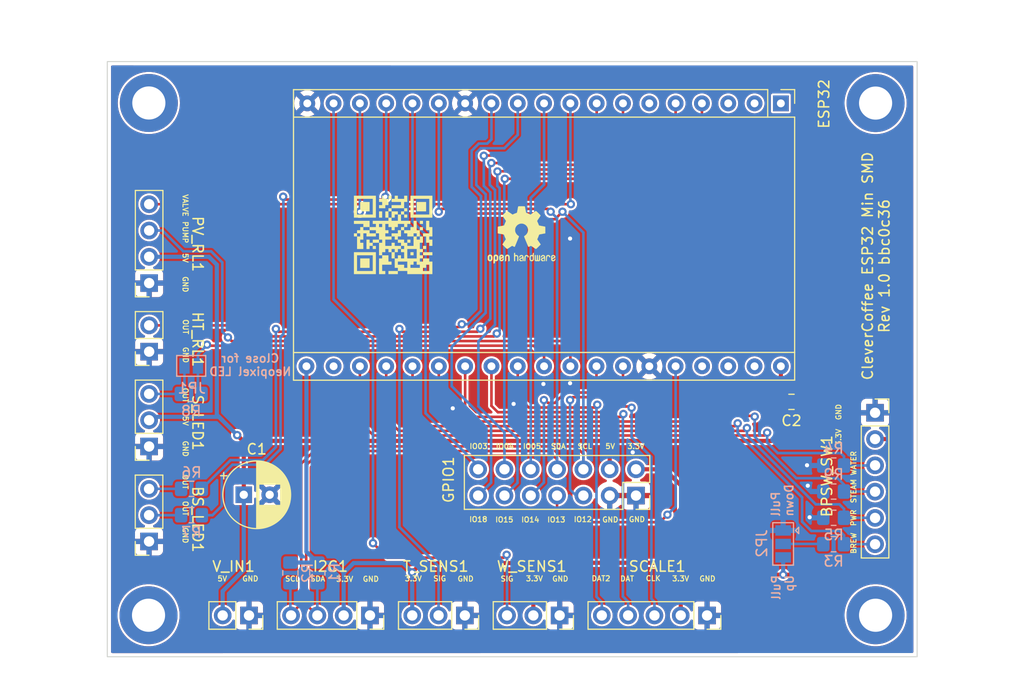
<source format=kicad_pcb>
(kicad_pcb (version 20221018) (generator pcbnew)
  (title_block (date "2023-12-28") (rev "1.0"))
  (layers (0 "F.Cu" signal) (31 "B.Cu" signal) (34 "B.Paste" user) (35 "F.Paste" user) (36 "B.SilkS" user "B.Silkscreen") (37 "F.SilkS" user "F.Silkscreen") (38 "B.Mask" user) (39 "F.Mask" user) (44 "Edge.Cuts" user))
  (net 0 "")
  (net 1 "IO16")
  (net 2 "+3V3")
  (net 3 "GND")
  (net 5 "IO2")
  (net 6 "IO34")
  (net 7 "IO4")
  (net 9 "IO5")
  (net 10 "IO19")
  (net 11 "SDA")
  (net 12 "IO18")
  (net 13 "IO3")
  (net 14 "SCL")
  (net 15 "IO36")
  (net 16 "RST")
  (net 17 "IO1")
  (net 18 "IO39")
  (net 19 "IO35")
  (net 20 "IO26")
  (net 22 "IO15")
  (net 24 "+5V")
  (net 25 "IO23")
  (net 26 "IO14")
  (net 27 "IO12")
  (net 28 "IO13")
  (net 32 "VALVE")
  (net 33 "DAT")
  (net 34 "CLK")
  (net 35 "PUMP")
  (net 36 "Net-(JP1-A)")
  (net 37 "DAT2")
  (net 38 "Net-(JP2-C)")
  (net 39 "Net-(BS_LED1-Pin_2)")
  (net 40 "Net-(BS_LED1-Pin_3)")
  (footprint "Connector_PinSocket_2.54mm:PinSocket_1x02_P2.54mm_Vertical" (layer "F.Cu") (at 103.84 103.015 180)
    (fp_text reference "HT_RL1")
    (fp_text value "Conn_01x02")
  )
  (footprint "Connector_PinSocket_2.54mm:PinSocket_1x04_P2.54mm_Vertical" (layer "F.Cu") (at 103.84 96.39 180)
    (fp_text reference "PV_RL1")
    (fp_text value "Conn_01x04")
  )
  (footprint "Capacitor_SMD:C_0805_2012Metric_Pad1.18x1.45mm_HandSolder" (layer "F.Cu") (at 165.85 107.865)
    (fp_text reference "C2")
    (fp_text value "100 nF")
  )
  (footprint "Connector_PinSocket_2.54mm:PinSocket_1x05_P2.54mm_Vertical" (layer "F.Cu") (at 157.7 128.5 -90)
    (fp_text reference "SCALE1")
    (fp_text value "Conn_01x05")
  )
  (footprint "Connector_PinSocket_2.54mm:PinSocket_2x07_P2.54mm_Vertical" (layer "F.Cu") (at 150.84 116.92 -90)
    (fp_text reference "GPIO1")
    (fp_text value "Conn_02x07_Counter_Clockwise")
  )
  (footprint "Connector_PinSocket_2.54mm:PinSocket_1x03_P2.54mm_Vertical" (layer "F.Cu") (at 134.32 128.5 -90)
    (fp_text reference "T_SENS1")
    (fp_text value "Conn_01x03")
  )
  (footprint "MountingHole:MountingHole_3.2mm_M3_DIN965_Pad" (layer "F.Cu") (at 103.81 78.99)
    (fp_text reference "H1")
    (fp_text value "MountingHole_3.2mm_M3_DIN965_Pad")
  )
  (footprint "Connector_PinSocket_2.54mm:PinSocket_1x03_P2.54mm_Vertical" (layer "F.Cu") (at 103.83 121.35 180)
    (fp_text reference "BS_LED1")
    (fp_text value "Conn_01x02")
  )
  (footprint "MountingHole:MountingHole_3.2mm_M3_DIN965_Pad" (layer "F.Cu") (at 103.78 128.48)
    (fp_text reference "H4")
    (fp_text value "MountingHole_3.2mm_M3_DIN965_Pad")
  )
  (footprint "LOGO" (layer "F.Cu") (at 127.39 91.73)
    (fp_text reference "G***" hide)
    (fp_text value "LOGO" hide)
  )
  (footprint "Connector_PinSocket_2.54mm:PinSocket_1x03_P2.54mm_Vertical" (layer "F.Cu") (at 143.47 128.5 -90)
    (fp_text reference "W_SENS1")
    (fp_text value "Conn_01x03")
  )
  (footprint "Symbol:OSHW-Logo2_7.3x6mm_SilkScreen" (layer "F.Cu") (at 139.79 91.73)
    (fp_text reference "REF**" hide)
    (fp_text value "OSHW-Logo2_7.3x6mm_SilkScreen" hide)
  )
  (footprint "Connector_PinSocket_2.54mm:PinSocket_1x02_P2.54mm_Vertical" (layer "F.Cu") (at 113.48 128.5 -90)
    (fp_text reference "V_IN1")
    (fp_text value "Conn_01x02")
  )
  (footprint "Connector_PinSocket_2.54mm:PinSocket_1x03_P2.54mm_Vertical" (layer "F.Cu") (at 103.835 112.175 180)
    (fp_text reference "S_LED1")
    (fp_text value "Conn_01x03")
  )
  (footprint "MountingHole:MountingHole_3.2mm_M3_DIN965_Pad" (layer "F.Cu") (at 173.97 79)
    (fp_text reference "H2")
    (fp_text value "MountingHole_3.2mm_M3_DIN965_Pad")
  )
  (footprint "Connector_PinSocket_2.54mm:PinSocket_1x06_P2.54mm_Vertical" (layer "F.Cu") (at 173.92 108.92)
    (fp_text reference "BPSW_SW1")
    (fp_text value "Conn_01x05")
  )
  (footprint "MountingHole:MountingHole_3.2mm_M3_DIN965_Pad" (layer "F.Cu") (at 173.97 128.48)
    (fp_text reference "H3")
    (fp_text value "MountingHole_3.2mm_M3_DIN965_Pad")
  )
  (footprint "symbols:NodeMCU DevKitC v4" (layer "F.Cu") (at 164.825 79.0275 -90)
    (fp_text reference "ESP32")
    (fp_text value "NodeMCU_DevKitC_v4")
  )
  (footprint "Capacitor_THT:CP_Radial_D6.3mm_P2.50mm" (layer "F.Cu") (at 112.975 116.84)
    (fp_text reference "C1")
    (fp_text value "220 μF")
  )
  (footprint "Connector_PinSocket_2.54mm:PinSocket_1x04_P2.54mm_Vertical" (layer "F.Cu") (at 125.16 128.5 -90)
    (fp_text reference "I2C1")
    (fp_text value "Conn_01x04")
  )
  (footprint "Resistor_SMD:R_0805_2012Metric_Pad1.20x1.40mm_HandSolder" (layer "B.Cu") (at 169.92 119.065)
    (fp_text reference "R5")
    (fp_text value "47K Ω")
  )
  (footprint "Resistor_SMD:R_0805_2012Metric_Pad1.20x1.40mm_HandSolder" (layer "B.Cu") (at 117.475 124.39 90)
    (fp_text reference "R2")
    (fp_text value "4K7 Ω")
  )
  (footprint "Jumper:SolderJumper-3_P1.3mm_Open_Pad1.0x1.5mm" (layer "B.Cu") (at 165.045 121.59 -90)
    (fp_text reference "JP2")
    (fp_text value "SolderJumper_3_Open")
  )
  (footprint "Resistor_SMD:R_0805_2012Metric_Pad1.20x1.40mm_HandSolder" (layer "B.Cu") (at 107.9 107.1)
    (fp_text reference "R8")
    (fp_text value "220 Ω")
  )
  (footprint "Resistor_SMD:R_0805_2012Metric_Pad1.20x1.40mm_HandSolder" (layer "B.Cu") (at 169.92 121.615)
    (fp_text reference "R3")
    (fp_text value "47K Ω")
  )
  (footprint "Resistor_SMD:R_0805_2012Metric_Pad1.20x1.40mm_HandSolder" (layer "B.Cu") (at 107.925 116.265)
    (fp_text reference "R6")
    (fp_text value "220 Ω")
  )
  (footprint "Resistor_SMD:R_0805_2012Metric_Pad1.20x1.40mm_HandSolder" (layer "B.Cu") (at 107.925 118.815)
    (fp_text reference "R7")
    (fp_text value "220 Ω")
  )
  (footprint "Jumper:SolderJumper-2_P1.3mm_Open_Pad1.0x1.5mm" (layer "B.Cu") (at 107.9 104.39)
    (fp_text reference "JP1")
    (fp_text value "SolderJumper_2_Open")
  )
  (footprint "Resistor_SMD:R_0805_2012Metric_Pad1.20x1.40mm_HandSolder" (layer "B.Cu") (at 169.92 116.53 180)
    (fp_text reference "R9")
    (fp_text value "47K Ω")
  )
  (footprint "Resistor_SMD:R_0805_2012Metric_Pad1.20x1.40mm_HandSolder" (layer "B.Cu") (at 169.92 114.015 180)
    (fp_text reference "R4")
    (fp_text value "47K Ω")
  )
  (footprint "Resistor_SMD:R_0805_2012Metric_Pad1.20x1.40mm_HandSolder" (layer "B.Cu") (at 120.075 124.39 90)
    (fp_text reference "R1")
    (fp_text value "4K7 Ω")
  )
  (gr_rect (start 99.8 74.99) (end 177.98 132.49) (stroke (width 0.1)) (fill none) (layer "Edge.Cuts"))
  (gr_text "Pull\nDown" (at 166.085 119.02 90) (layer "B.SilkS") (effects (font (size 0.8 0.8)) (justify right bottom mirror)))
  (gr_text "Pull\nUp" (at 166.125 124.515 90) (layer "B.SilkS") (effects (font (size 0.8 0.8)) (justify left bottom mirror)))
  (gr_text "Close for\nNeopixel LED" (at 113.6 105.415) (layer "B.SilkS") (effects (font (size 0.8 0.8)) (justify bottom mirror)))
  (gr_text "5V" (at 107.35 109.71 270) (layer "F.SilkS") (effects (font (size 0.5 0.5) (thickness 0.1))))
  (gr_text "IO15\n" (at 138.13 119.25) (layer "F.SilkS") (effects (font (size 0.5 0.5) (thickness 0.1))))
  (gr_text "OUT" (at 107.34 118.165 270) (layer "F.SilkS") (effects (font (size 0.5 0.5) (thickness 0.1))))
  (gr_text "SCL\n" (at 145.9 112.16) (layer "F.SilkS") (effects (font (size 0.5 0.5) (thickness 0.1))))
  (gr_text "PUMP" (at 107.33 91.48 270) (layer "F.SilkS") (effects (font (size 0.5 0.5) (thickness 0.1))))
  (gr_text "3.3V\n" (at 170.4 111.29 90) (layer "F.SilkS") (effects (font (size 0.5 0.5) (thickness 0.1))))
  (gr_text "3.3V" (at 155.15 124.94) (layer "F.SilkS") (effects (font (size 0.5 0.5) (thickness 0.1))))
  (gr_text "IO13" (at 143.15 119.25) (layer "F.SilkS") (effects (font (size 0.5 0.5) (thickness 0.1))))
  (gr_text "IO14" (at 140.64 119.25) (layer "F.SilkS") (effects (font (size 0.5 0.5) (thickness 0.1))))
  (gr_text "GND" (at 157.74 124.95) (layer "F.SilkS") (effects (font (size 0.5 0.5) (thickness 0.1))))
  (gr_text "3.3V\n" (at 129.34 124.94) (layer "F.SilkS") (effects (font (size 0.5 0.5) (thickness 0.1))))
  (gr_text "GND" (at 107.36 103.33 270) (layer "F.SilkS") (effects (font (size 0.5 0.5) (thickness 0.1))))
  (gr_text "GND" (at 113.61 124.95) (layer "F.SilkS") (effects (font (size 0.5 0.5) (thickness 0.1))))
  (gr_text "CleverCoffee ESP32 Min SMD\nRev 1.0 bbc0c36" (at 174.01 94.74 90) (layer "F.SilkS") (effects (font (size 1 1))))
  (gr_text "GND" (at 107.33 120.76 270) (layer "F.SilkS") (effects (font (size 0.5 0.5) (thickness 0.1))))
  (gr_text "IO05\n" (at 140.8 112.16) (layer "F.SilkS") (effects (font (size 0.5 0.5) (thickness 0.1))))
  (gr_text "GND" (at 148.36 119.25) (layer "F.SilkS") (effects (font (size 0.5 0.5) (thickness 0.1))))
  (gr_text "GND" (at 107.33 96.51 270) (layer "F.SilkS") (effects (font (size 0.5 0.5) (thickness 0.1))))
  (gr_text "3.3V\n" (at 141.03 124.94) (layer "F.SilkS") (effects (font (size 0.5 0.5) (thickness 0.1))))
  (gr_text "GND" (at 107.34 112.39 270) (layer "F.SilkS") (effects (font (size 0.5 0.5) (thickness 0.1))))
  (gr_text "SIG" (at 131.89 124.94) (layer "F.SilkS") (effects (font (size 0.5 0.5) (thickness 0.1))))
  (gr_text "SDA" (at 143.34 112.16) (layer "F.SilkS") (effects (font (size 0.5 0.5) (thickness 0.1))))
  (gr_text "SCL\n" (at 117.67 124.96) (layer "F.SilkS") (effects (font (size 0.5 0.5) (thickness 0.1))))
  (gr_text "IO03\n" (at 135.64 112.16) (layer "F.SilkS") (effects (font (size 0.5 0.5) (thickness 0.1))))
  (gr_text "GND" (at 125.24 124.98) (layer "F.SilkS") (effects (font (size 0.5 0.5) (thickness 0.1))))
  (gr_text "CLK" (at 152.5 124.92) (layer "F.SilkS") (effects (font (size 0.5 0.5) (thickness 0.1))))
  (gr_text "BREW" (at 171.85 121.515 90) (layer "F.SilkS") (effects (font (size 0.5 0.5) (thickness 0.1))))
  (gr_text "GND" (at 143.53 124.96) (layer "F.SilkS") (effects (font (size 0.5 0.5) (thickness 0.1))))
  (gr_text "WATER" (at 171.85 113.795 90) (layer "F.SilkS") (effects (font (size 0.5 0.5) (thickness 0.1))))
  (gr_text "IO12\n" (at 145.71 119.22) (layer "F.SilkS") (effects (font (size 0.5 0.5) (thickness 0.1))))
  (gr_text "3.3V" (at 122.72 124.99) (layer "F.SilkS") (effects (font (size 0.5 0.5) (thickness 0.1))))
  (gr_text "IO18\n" (at 135.62 119.22) (layer "F.SilkS") (effects (font (size 0.5 0.5) (thickness 0.1))))
  (gr_text "OUT" (at 107.36 100.62 270) (layer "F.SilkS") (effects (font (size 0.5 0.5) (thickness 0.1))))
  (gr_text "3.3V\n" (at 150.83 112.16) (layer "F.SilkS") (effects (font (size 0.5 0.5) (thickness 0.1))))
  (gr_text "GND" (at 170.4 108.85 90) (layer "F.SilkS") (effects (font (size 0.5 0.5) (thickness 0.1))))
  (gr_text "SDA" (at 120.12 124.96) (layer "F.SilkS") (effects (font (size 0.5 0.5) (thickness 0.1))))
  (gr_text "VALVE" (at 107.33 88.89 270) (layer "F.SilkS") (effects (font (size 0.5 0.5) (thickness 0.1))))
  (gr_text "IO04\n" (at 138.18 112.16) (layer "F.SilkS") (effects (font (size 0.5 0.5) (thickness 0.1))))
  (gr_text "STEAM" (at 171.85 116.485 90) (layer "F.SilkS") (effects (font (size 0.5 0.5) (thickness 0.1))))
  (gr_text "DAT" (at 149.99 124.95) (layer "F.SilkS") (effects (font (size 0.5 0.5) (thickness 0.1))))
  (gr_text "PWR" (at 171.84 119.065 90) (layer "F.SilkS") (effects (font (size 0.5 0.5) (thickness 0.1))))
  (gr_text "GND" (at 134.39 124.96) (layer "F.SilkS") (effects (font (size 0.5 0.5) (thickness 0.1))))
  (gr_text "5V" (at 148.35 112.16) (layer "F.SilkS") (effects (font (size 0.5 0.5) (thickness 0.1))))
  (gr_text "OUT" (at 107.34 107.23 270) (layer "F.SilkS") (effects (font (size 0.5 0.5) (thickness 0.1))))
  (gr_text "DAT2" (at 147.46 124.93) (layer "F.SilkS") (effects (font (size 0.5 0.5) (thickness 0.1))))
  (gr_text "GND" (at 150.93 119.22) (layer "F.SilkS") (effects (font (size 0.5 0.5) (thickness 0.1))))
  (gr_text "SIG" (at 138.39 124.96) (layer "F.SilkS") (effects (font (size 0.5 0.5) (thickness 0.1))))
  (gr_text "OUT" (at 107.33 115.6 270) (layer "F.SilkS") (effects (font (size 0.5 0.5) (thickness 0.1))))
  (gr_text "5V" (at 107.33 93.96 270) (layer "F.SilkS") (effects (font (size 0.5 0.5) (thickness 0.1))))
  (gr_text "5V" (at 110.9 124.95) (layer "F.SilkS") (effects (font (size 0.5 0.5) (thickness 0.1))))
  (segment (start 136.15 84.09) (end 136.175 84.065) (width 0.25) (layer "F.Cu") (net 1))
  (segment (start 135.52439 101.09) (end 135.812195 100.802195) (width 0.25) (layer "F.Cu") (net 1))
  (segment (start 145.625 84.965) (end 147.045 83.545) (width 0.25) (layer "F.Cu") (net 1))
  (segment (start 139.347792 84.965) (end 145.625 84.965) (width 0.25) (layer "F.Cu") (net 1))
  (segment (start 138.447792 84.065) (end 139.347792 84.965) (width 0.25) (layer "F.Cu") (net 1))
  (segment (start 136.175 84.065) (end 138.447792 84.065) (width 0.25) (layer "F.Cu") (net 1))
  (segment (start 128 100.815) (end 128.275 101.09) (width 0.25) (layer "F.Cu") (net 1))
  (segment (start 128.275 101.09) (end 135.52439 101.09) (width 0.25) (layer "F.Cu") (net 1))
  (segment (start 147.045 83.545) (end 147.045 79.0275) (width 0.25) (layer "F.Cu") (net 1))
  (via (at 135.812195 100.802195) (size 0.8) (drill 0.4) (layers "F.Cu" "B.Cu") (net 1))
  (via (at 128 100.815) (size 0.8) (drill 0.4) (layers "F.Cu" "B.Cu") (net 1))
  (via (at 136.15 84.09) (size 0.8) (drill 0.4) (layers "F.Cu" "B.Cu") (net 1))
  (segment (start 136.775 87.626396) (end 136.15 87.001396) (width 0.25) (layer "B.Cu") (net 1))
  (segment (start 128 102.815) (end 128 100.815) (width 0.25) (layer "B.Cu") (net 1))
  (segment (start 131.78 123.745) (end 128 119.965) (width 0.25) (layer "B.Cu") (net 1))
  (segment (start 136.775 99.83939) (end 136.775 87.626396) (width 0.25) (layer "B.Cu") (net 1))
  (segment (start 131.78 128.5) (end 131.78 123.745) (width 0.25) (layer "B.Cu") (net 1))
  (segment (start 128 119.965) (end 128 102.815) (width 0.25) (layer "B.Cu") (net 1))
  (segment (start 136.15 87.001396) (end 136.15 84.09) (width 0.25) (layer "B.Cu") (net 1))
  (segment (start 135.812195 100.802195) (end 136.775 99.83939) (width 0.25) (layer "B.Cu") (net 1))
  (segment (start 155.16 124.55) (end 155.175 124.565) (width 0.4) (layer "F.Cu") (net 2))
  (segment (start 155.2 122.29) (end 155.2 115.965) (width 0.4) (layer "F.Cu") (net 2))
  (segment (start 140.93 124.445) (end 140.995 124.445) (width 0.4) (layer "F.Cu") (net 2))
  (segment (start 165.05 124.565) (end 175.625 124.565) (width 0.4) (layer "F.Cu") (net 2))
  (segment (start 140.995 124.445) (end 142.025 123.415) (width 0.4) (layer "F.Cu") (net 2))
  (segment (start 155.16 124.55) (end 155.16 128.5) (width 0.4) (layer "F.Cu") (net 2))
  (segment (start 176.3 112.29) (end 175.47 111.46) (width 0.4) (layer "F.Cu") (net 2))
  (segment (start 139.925 123.44) (end 140.93 124.445) (width 0.4) (layer "F.Cu") (net 2))
  (segment (start 176.3 123.89) (end 176.3 112.29) (width 0.4) (layer "F.Cu") (net 2))
  (segment (start 153.615 114.38) (end 150.84 114.38) (width 0.4) (layer "F.Cu") (net 2))
  (segment (start 142.025 123.415) (end 154.025 123.415) (width 0.4) (layer "F.Cu") (net 2))
  (segment (start 130.125 123.44) (end 139.925 123.44) (width 0.4) (layer "F.Cu") (net 2))
  (segment (start 175.47 111.46) (end 173.92 111.46) (width 0.4) (layer "F.Cu") (net 2))
  (segment (start 154.025 123.415) (end 154.075 123.415) (width 0.4) (layer "F.Cu") (net 2))
  (segment (start 175.625 124.565) (end 176.3 123.89) (width 0.4) (layer "F.Cu") (net 2))
  (segment (start 155.2 115.965) (end 153.615 114.38) (width 0.4) (layer "F.Cu") (net 2))
  (segment (start 154.025 123.415) (end 155.16 124.55) (width 0.4) (layer "F.Cu") (net 2))
  (segment (start 155.175 124.565) (end 165.05 124.565) (width 0.4) (layer "F.Cu") (net 2))
  (segment (start 154.075 123.415) (end 155.2 122.29) (width 0.4) (layer "F.Cu") (net 2))
  (segment (start 129.225 124.34) (end 130.125 123.44) (width 0.4) (layer "F.Cu") (net 2))
  (segment (start 140.93 124.445) (end 140.93 128.5) (width 0.4) (layer "F.Cu") (net 2))
  (via (at 165.05 124.565) (size 0.8) (drill 0.4) (layers "F.Cu" "B.Cu") (net 2))
  (via (at 129.225 124.34) (size 0.8) (drill 0.4) (layers "F.Cu" "B.Cu") (net 2))
  (segment (start 122.62 124.36) (end 122.62 128.5) (width 0.4) (layer "B.Cu") (net 2))
  (segment (start 119.025 104.4275) (end 119.025 122.34) (width 0.4) (layer "B.Cu") (net 2))
  (segment (start 165.05 122.895) (end 165.045 122.89) (width 0.4) (layer "B.Cu") (net 2))
  (segment (start 129.24 124.33) (end 129.225 124.34) (width 0.4) (layer "B.Cu") (net 2))
  (segment (start 129.225 124.34) (end 129.24 128.5) (width 0.4) (layer "B.Cu") (net 2))
  (segment (start 121.65 123.39) (end 122.62 124.36) (width 0.4) (layer "B.Cu") (net 2))
  (segment (start 117.475 123.39) (end 120.075 123.39) (width 0.4) (layer "B.Cu") (net 2))
  (segment (start 165.05 124.565) (end 165.05 122.895) (width 0.4) (layer "B.Cu") (net 2))
  (segment (start 122.655 124.36) (end 123.575 123.44) (width 0.4) (layer "B.Cu") (net 2))
  (segment (start 120.075 123.39) (end 121.65 123.39) (width 0.4) (layer "B.Cu") (net 2))
  (segment (start 119.025 122.34) (end 120.075 123.39) (width 0.4) (layer "B.Cu") (net 2))
  (segment (start 122.62 124.36) (end 122.655 124.36) (width 0.4) (layer "B.Cu") (net 2))
  (segment (start 123.575 123.44) (end 128.35 123.44) (width 0.4) (layer "B.Cu") (net 2))
  (segment (start 128.35 123.44) (end 129.24 124.33) (width 0.4) (layer "B.Cu") (net 2))
  (via (at 144.475 106.065) (size 0.8) (drill 0.4) (layers "F.Cu" "B.Cu") (net 3))
  (via (at 133.15 108.49) (size 0.8) (drill 0.4) (layers "F.Cu" "B.Cu") (net 3))
  (via (at 144.475 92.09) (size 0.8) (drill 0.4) (layers "F.Cu" "B.Cu") (net 3))
  (via (at 167.35 113.99) (size 0.8) (drill 0.4) (layers "F.Cu" "B.Cu") (net 3))
  (via (at 167.6 119.014847) (size 0.8) (drill 0.4) (layers "F.Cu" "B.Cu") (net 3))
  (via (at 167.425153 115.964848) (size 0.8) (drill 0.4) (layers "F.Cu" "B.Cu") (net 3))
  (via (at 139.025 108.065) (size 0.8) (drill 0.4) (layers "F.Cu" "B.Cu") (net 3))
  (via (at 141.9 106.14) (size 0.8) (drill 0.4) (layers "F.Cu" "B.Cu") (net 3))
  (via (at 150.525 112.74) (size 0.8) (drill 0.4) (layers "F.Cu" "B.Cu") (net 3))
  (segment (start 137.125 101.54) (end 137.4 101.265) (width 0.25) (layer "F.Cu") (net 5))
  (segment (start 138.975 85.865) (end 153.775 85.865) (width 0.25) (layer "F.Cu") (net 5))
  (segment (start 138.7 85.59) (end 138.975 85.865) (width 0.25) (layer "F.Cu") (net 5))
  (segment (start 103.84 100.475) (end 111.31 100.475) (width 0.25) (layer "F.Cu") (net 5))
  (segment (start 137.485782 85.59) (end 138.7 85.59) (width 0.25) (layer "F.Cu") (net 5))
  (segment (start 111.31 100.475) (end 112.375 101.54) (width 0.25) (layer "F.Cu") (net 5))
  (segment (start 137.467891 85.607891) (end 137.485782 85.59) (width 0.25) (layer "F.Cu") (net 5))
  (segment (start 153.775 85.865) (end 154.665 84.975) (width 0.25) (layer "F.Cu") (net 5))
  (segment (start 112.375 101.54) (end 137.125 101.54) (width 0.25) (layer "F.Cu") (net 5))
  (segment (start 154.665 84.975) (end 154.665 79.0275) (width 0.25) (layer "F.Cu") (net 5))
  (via (at 137.4 101.265) (size 0.8) (drill 0.4) (layers "F.Cu" "B.Cu") (net 5))
  (via (at 137.467891 85.607891) (size 0.8) (drill 0.4) (layers "F.Cu" "B.Cu") (net 5))
  (segment (start 137.45 86.99) (end 137.45 85.625782) (width 0.25) (layer "B.Cu") (net 5))
  (segment (start 137.45 85.625782) (end 137.467891 85.607891) (width 0.25) (layer "B.Cu") (net 5))
  (segment (start 137.675 87.215) (end 137.45 86.99) (width 0.25) (layer "B.Cu") (net 5))
  (segment (start 137.4 101.265) (end 137.675 100.99) (width 0.25) (layer "B.Cu") (net 5))
  (segment (start 137.675 100.99) (end 137.675 87.215) (width 0.25) (layer "B.Cu") (net 5))
  (segment (start 160.381648 110.215) (end 129.85 110.215) (width 0.25) (layer "F.Cu") (net 6))
  (segment (start 160.656648 109.94) (end 160.381648 110.215) (width 0.25) (layer "F.Cu") (net 6))
  (segment (start 129.265 109.63) (end 129.265 104.4275) (width 0.25) (layer "F.Cu") (net 6))
  (segment (start 129.85 110.215) (end 129.265 109.63) (width 0.25) (layer "F.Cu") (net 6))
  (via (at 160.656648 109.94) (size 0.8) (drill 0.4) (layers "F.Cu" "B.Cu") (net 6))
  (segment (start 166.875 117.09) (end 166.875 119.44) (width 0.25) (layer "B.Cu") (net 6))
  (segment (start 173.915 121.615) (end 173.92 121.62) (width 0.25) (layer "B.Cu") (net 6))
  (segment (start 166.875 119.44) (end 167.775 120.34) (width 0.25) (layer "B.Cu") (net 6))
  (segment (start 160.656648 110.871648) (end 166.875 117.09) (width 0.25) (layer "B.Cu") (net 6))
  (segment (start 160.656648 109.94) (end 160.656648 110.871648) (width 0.25) (layer "B.Cu") (net 6))
  (segment (start 170.5 120.34) (end 170.92 120.76) (width 0.25) (layer "B.Cu") (net 6))
  (segment (start 170.92 120.76) (end 170.92 121.77) (width 0.25) (layer "B.Cu") (net 6))
  (segment (start 167.775 120.34) (end 170.5 120.34) (width 0.25) (layer "B.Cu") (net 6))
  (segment (start 170.92 121.615) (end 173.915 121.615) (width 0.25) (layer "B.Cu") (net 6))
  (segment (start 136.875 84.79) (end 138.536396 84.79) (width 0.25) (layer "F.Cu") (net 7))
  (segment (start 138.536396 84.79) (end 139.161396 85.415) (width 0.25) (layer "F.Cu") (net 7))
  (segment (start 148.175 85.415) (end 149.585 84.005) (width 0.25) (layer "F.Cu") (net 7))
  (segment (start 149.585 84.005) (end 149.585 79.0275) (width 0.25) (layer "F.Cu") (net 7))
  (segment (start 139.161396 85.415) (end 148.175 85.415) (width 0.25) (layer "F.Cu") (net 7))
  (via (at 136.875 84.79) (size 0.8) (drill 0.4) (layers "F.Cu" "B.Cu") (net 7))
  (segment (start 138.14 114.38) (end 138.14 110.805) (width 0.25) (layer "B.Cu") (net 7))
  (segment (start 137.225 100.414695) (end 137.225 87.401396) (width 0.25) (layer "B.Cu") (net 7))
  (segment (start 136.725 86.901396) (end 136.725 84.94) (width 0.25) (layer "B.Cu") (net 7))
  (segment (start 136.725 84.94) (end 136.875 84.79) (width 0.25) (layer "B.Cu") (net 7))
  (segment (start 135.625 102.014695) (end 137.225 100.414695) (width 0.25) (layer "B.Cu") (net 7))
  (segment (start 138.14 110.805) (end 135.625 108.29) (width 0.25) (layer "B.Cu") (net 7))
  (segment (start 137.225 87.401396) (end 136.725 86.901396) (width 0.25) (layer "B.Cu") (net 7))
  (segment (start 135.625 108.29) (end 135.625 102.014695) (width 0.25) (layer "B.Cu") (net 7))
  (segment (start 140.68 88.16) (end 141.965 86.875) (width 0.25) (layer "B.Cu") (net 9))
  (segment (start 141.965 86.875) (end 141.965 79.0275) (width 0.25) (layer "B.Cu") (net 9))
  (segment (start 140.68 114.38) (end 140.68 88.16) (width 0.25) (layer "B.Cu") (net 9))
  (segment (start 116.35 101.09) (end 126.7 101.09) (width 0.25) (layer "F.Cu") (net 10))
  (segment (start 116.075 100.815) (end 116.35 101.09) (width 0.25) (layer "F.Cu") (net 10))
  (segment (start 127.7 100.09) (end 128.300305 100.09) (width 0.25) (layer "F.Cu") (net 10))
  (segment (start 133.749369 100.64) (end 134.024369 100.365) (width 0.25) (layer "F.Cu") (net 10))
  (segment (start 126.7 101.09) (end 127.7 100.09) (width 0.25) (layer "F.Cu") (net 10))
  (segment (start 128.850305 100.64) (end 133.749369 100.64) (width 0.25) (layer "F.Cu") (net 10))
  (segment (start 128.300305 100.09) (end 128.850305 100.64) (width 0.25) (layer "F.Cu") (net 10))
  (via (at 134.024369 100.365) (size 0.8) (drill 0.4) (layers "F.Cu" "B.Cu") (net 10))
  (via (at 116.075 100.815) (size 0.8) (drill 0.4) (layers "F.Cu" "B.Cu") (net 10))
  (segment (start 108.925 116.265) (end 111.7 113.49) (width 0.25) (layer "B.Cu") (net 10))
  (segment (start 111.7 113.49) (end 114.825 113.49) (width 0.25) (layer "B.Cu") (net 10))
  (segment (start 134.587689 100.365) (end 135.875 99.077689) (width 0.25) (layer "B.Cu") (net 10))
  (segment (start 134.975 83.603299) (end 135.663299 82.915) (width 0.25) (layer "B.Cu") (net 10))
  (segment (start 135.663299 82.915) (end 136.475 82.915) (width 0.25) (layer "B.Cu") (net 10))
  (segment (start 116.075 112.24) (end 116.075 102.815) (width 0.25) (layer "B.Cu") (net 10))
  (segment (start 135.875 99.077689) (end 135.875 87.999188) (width 0.25) (layer "B.Cu") (net 10))
  (segment (start 108.78 116.355) (end 108.87 116.265) (width 0.25) (layer "B.Cu") (net 10))
  (segment (start 134.975 87.099188) (end 134.975 83.603299) (width 0.25) (layer "B.Cu") (net 10))
  (segment (start 135.875 87.999188) (end 134.975 87.099188) (width 0.25) (layer "B.Cu") (net 10))
  (segment (start 136.475 82.915) (end 136.885 82.505) (width 0.25) (layer "B.Cu") (net 10))
  (segment (start 116.075 102.815) (end 116.075 100.815) (width 0.25) (layer "B.Cu") (net 10))
  (segment (start 134.024369 100.365) (end 134.587689 100.365) (width 0.25) (layer "B.Cu") (net 10))
  (segment (start 114.825 113.49) (end 116.075 112.24) (width 0.25) (layer "B.Cu") (net 10))
  (segment (start 136.885 82.505) (end 136.885 79.0275) (width 0.25) (layer "B.Cu") (net 10))
  (segment (start 142.4 112.615) (end 143.22 113.435) (width 0.25) (layer "F.Cu") (net 11))
  (segment (start 120.381396 112.615) (end 142.4 112.615) (width 0.25) (layer "F.Cu") (net 11))
  (segment (start 120.08 128.5) (end 120.06 128.5) (width 0.25) (layer "F.Cu") (net 11))
  (segment (start 119 113.996396) (end 120.381396 112.615) (width 0.25) (layer "F.Cu") (net 11))
  (segment (start 142.325 89.22) (end 132.075 89.22) (width 0.25) (layer "F.Cu") (net 11))
  (segment (start 142.6 89.495) (end 142.325 89.22) (width 0.25) (layer "F.Cu") (net 11))
  (segment (start 120.06 128.5) (end 119 127.44) (width 0.25) (layer "F.Cu") (net 11))
  (segment (start 143.22 113.435) (end 143.22 114.38) (width 0.25) (layer "F.Cu") (net 11))
  (segment (start 119 127.44) (end 119 113.996396) (width 0.25) (layer "F.Cu") (net 11))
  (segment (start 132.075 89.22) (end 131.8 89.495) (width 0.25) (layer "F.Cu") (net 11))
  (via (at 142.6 89.495) (size 0.8) (drill 0.4) (layers "F.Cu" "B.Cu") (net 11))
  (via (at 131.8 89.495) (size 0.8) (drill 0.4) (layers "F.Cu" "B.Cu") (net 11))
  (segment (start 143.22 114.38) (end 143.22 101.495) (width 0.25) (layer "B.Cu") (net 11))
  (segment (start 120.075 125.39) (end 120.075 128.495) (width 0.25) (layer "B.Cu") (net 11))
  (segment (start 143.22 101.495) (end 143.22 90.115) (width 0.25) (layer "B.Cu") (net 11))
  (segment (start 143.22 90.115) (end 142.6 89.495) (width 0.25) (layer "B.Cu") (net 11))
  (segment (start 131.805 89.49) (end 131.805 79.0275) (width 0.25) (layer "B.Cu") (net 11))
  (segment (start 131.8 89.495) (end 131.805 89.49) (width 0.25) (layer "B.Cu") (net 11))
  (segment (start 120.075 128.495) (end 120.08 128.5) (width 0.25) (layer "B.Cu") (net 11))
  (segment (start 135.425 86.912792) (end 135.425 83.789695) (width 0.25) (layer "B.Cu") (net 12))
  (segment (start 133.05 102.539085) (end 136.325 99.264085) (width 0.25) (layer "B.Cu") (net 12))
  (segment (start 139.425 82.065) (end 139.425 79.0275) (width 0.25) (layer "B.Cu") (net 12))
  (segment (start 135.6 116.92) (end 136.85 115.67) (width 0.25) (layer "B.Cu") (net 12))
  (segment (start 138.125 83.365) (end 139.425 82.065) (width 0.25) (layer "B.Cu") (net 12))
  (segment (start 136.85 110.151396) (end 133.05 106.351396) (width 0.25) (layer "B.Cu") (net 12))
  (segment (start 135.849695 83.365) (end 138.125 83.365) (width 0.25) (layer "B.Cu") (net 12))
  (segment (start 135.425 83.789695) (end 135.849695 83.365) (width 0.25) (layer "B.Cu") (net 12))
  (segment (start 133.05 106.351396) (end 133.05 102.539085) (width 0.25) (layer "B.Cu") (net 12))
  (segment (start 136.325 87.812792) (end 135.425 86.912792) (width 0.25) (layer "B.Cu") (net 12))
  (segment (start 136.325 99.264085) (end 136.325 87.812792) (width 0.25) (layer "B.Cu") (net 12))
  (segment (start 136.85 115.67) (end 136.85 110.151396) (width 0.25) (layer "B.Cu") (net 12))
  (segment (start 129.265 90.375) (end 129.265 79.0275) (width 0.25) (layer "B.Cu") (net 13))
  (segment (start 130.525 91.715) (end 129.225 90.415) (width 0.25) (layer "B.Cu") (net 13))
  (segment (start 129.225 90.415) (end 129.265 90.375) (width 0.25) (layer "B.Cu") (net 13))
  (segment (start 130.525 108.965) (end 130.525 91.715) (width 0.25) (layer "B.Cu") (net 13))
  (segment (start 135.6 114.04) (end 130.525 108.965) (width 0.25) (layer "B.Cu") (net 13))
  (segment (start 135.6 114.38) (end 135.6 114.04) (width 0.25) (layer "B.Cu") (net 13))
  (segment (start 145.025 112.165) (end 120.195 112.165) (width 0.25) (layer "F.Cu") (net 14))
  (segment (start 143.742607 89.495) (end 143.017607 90.22) (width 0.25) (layer "F.Cu") (net 14))
  (segment (start 145.76 114.38) (end 145.76 112.9) (width 0.25) (layer "F.Cu") (net 14))
  (segment (start 130.505 89.22) (end 124.45 89.22) (width 0.25) (layer "F.Cu") (net 14))
  (segment (start 117.54 128.35) (end 117.54 128.5) (width 0.25) (layer "F.Cu") (net 14))
  (segment (start 143.017607 90.22) (end 142.28 90.22) (width 0.25) (layer "F.Cu") (net 14))
  (segment (start 118.525 127.365) (end 117.54 128.35) (width 0.25) (layer "F.Cu") (net 14))
  (segment (start 131.499695 90.22) (end 131.075 89.795305) (width 0.25) (layer "F.Cu") (net 14))
  (segment (start 132.525 89.795305) (end 132.100305 90.22) (width 0.25) (layer "F.Cu") (net 14))
  (segment (start 120.195 112.165) (end 118.525 113.835) (width 0.25) (layer "F.Cu") (net 14))
  (segment (start 118.525 113.835) (end 118.525 127.365) (width 0.25) (layer "F.Cu") (net 14))
  (segment (start 132.100305 90.22) (end 131.499695 90.22) (width 0.25) (layer "F.Cu") (net 14))
  (segment (start 132.525 89.67) (end 132.525 89.795305) (width 0.25) (layer "F.Cu") (net 14))
  (segment (start 131.075 89.795305) (end 131.075 89.79) (width 0.25) (layer "F.Cu") (net 14))
  (segment (start 145.76 112.9) (end 145.025 112.165) (width 0.25) (layer "F.Cu") (net 14))
  (segment (start 141.73 89.67) (end 132.525 89.67) (width 0.25) (layer "F.Cu") (net 14))
  (segment (start 124.45 89.22) (end 124.175 89.495) (width 0.25) (layer "F.Cu") (net 14))
  (segment (start 142.28 90.22) (end 141.73 89.67) (width 0.25) (layer "F.Cu") (net 14))
  (segment (start 131.075 89.79) (end 130.505 89.22) (width 0.25) (layer "F.Cu") (net 14))
  (via (at 143.742607 89.495) (size 0.8) (drill 0.4) (layers "F.Cu" "B.Cu") (net 14))
  (via (at 124.175 89.495) (size 0.8) (drill 0.4) (layers "F.Cu" "B.Cu") (net 14))
  (segment (start 124.185 89.485) (end 124.185 79.0275) (width 0.25) (layer "B.Cu") (net 14))
  (segment (start 145.76 101.5) (end 145.76 91.512393) (width 0.25) (layer "B.Cu") (net 14))
  (segment (start 145.76 114.38) (end 145.76 101.5) (width 0.25) (layer "B.Cu") (net 14))
  (segment (start 124.175 89.495) (end 124.185 89.485) (width 0.25) (layer "B.Cu") (net 14))
  (segment (start 117.475 128.435) (end 117.54 128.5) (width 0.25) (layer "B.Cu") (net 14))
  (segment (start 145.76 91.512393) (end 143.742607 89.495) (width 0.25) (layer "B.Cu") (net 14))
  (segment (start 117.475 125.39) (end 117.475 128.435) (width 0.25) (layer "B.Cu") (net 14))
  (segment (start 163.5 110.84) (end 163.225 111.115) (width 0.25) (layer "F.Cu") (net 15))
  (segment (start 124.185 109.8) (end 124.185 104.4275) (width 0.25) (layer "F.Cu") (net 15))
  (segment (start 125.5 111.115) (end 124.185 109.8) (width 0.25) (layer "F.Cu") (net 15))
  (segment (start 163.225 111.115) (end 125.5 111.115) (width 0.25) (layer "F.Cu") (net 15))
  (via (at 163.5 110.84) (size 0.8) (drill 0.4) (layers "F.Cu" "B.Cu") (net 15))
  (segment (start 170.92 113.135) (end 170.92 114.015) (width 0.25) (layer "B.Cu") (net 15))
  (segment (start 173.905 114.015) (end 173.92 114) (width 0.25) (layer "B.Cu") (net 15))
  (segment (start 170.6 112.815) (end 170.92 113.135) (width 0.25) (layer "B.Cu") (net 15))
  (segment (start 163.5 110.84) (end 163.5 111.792208) (width 0.25) (layer "B.Cu") (net 15))
  (segment (start 170.92 114.015) (end 173.905 114.015) (width 0.25) (layer "B.Cu") (net 15))
  (segment (start 163.5 111.792208) (end 164.522792 112.815) (width 0.25) (layer "B.Cu") (net 15))
  (segment (start 164.522792 112.815) (end 170.6 112.815) (width 0.25) (layer "B.Cu") (net 15))
  (segment (start 116.955 88.32) (end 126.375 88.32) (width 0.25) (layer "F.Cu") (net 17))
  (segment (start 116.775 88.045) (end 116.775 88.14) (width 0.25) (layer "F.Cu") (net 17))
  (segment (start 116.775 88.14) (end 116.955 88.32) (width 0.25) (layer "F.Cu") (net 17))
  (segment (start 126.375 88.32) (end 126.65 88.045) (width 0.25) (layer "F.Cu") (net 17))
  (via (at 126.65 88.045) (size 0.8) (drill 0.4) (layers "F.Cu" "B.Cu") (net 17))
  (via (at 116.775 88.045) (size 0.8) (drill 0.4) (layers "F.Cu" "B.Cu") (net 17))
  (segment (start 116.525 103.001396) (end 116.525 101.59) (width 0.25) (layer "B.Cu") (net 17))
  (segment (start 110.85 117.915) (end 110.85 114.976396) (width 0.25) (layer "B.Cu") (net 17))
  (segment (start 108.86 118.895) (end 108.87 118.885) (width 0.25) (layer "B.Cu") (net 17))
  (segment (start 116.8 101.315) (end 116.8 88.07) (width 0.25) (layer "B.Cu") (net 17))
  (segment (start 109.95 118.815) (end 110.85 117.915) (width 0.25) (layer "B.Cu") (net 17))
  (segment (start 116.8 88.07) (end 116.775 88.045) (width 0.25) (layer "B.Cu") (net 17))
  (segment (start 126.725 87.97) (end 126.725 79.0275) (width 0.25) (layer "B.Cu") (net 17))
  (segment (start 116.525 112.426396) (end 116.525 103.001396) (width 0.25) (layer "B.Cu") (net 17))
  (segment (start 126.65 88.045) (end 126.725 87.97) (width 0.25) (layer "B.Cu") (net 17))
  (segment (start 116.675 101.44) (end 116.8 101.315) (width 0.25) (layer "B.Cu") (net 17))
  (segment (start 108.925 118.815) (end 109.95 118.815) (width 0.25) (layer "B.Cu") (net 17))
  (segment (start 116.525 101.59) (end 116.675 101.44) (width 0.25) (layer "B.Cu") (net 17))
  (segment (start 111.886396 113.94) (end 115.011396 113.94) (width 0.25) (layer "B.Cu") (net 17))
  (segment (start 110.85 114.976396) (end 111.886396 113.94) (width 0.25) (layer "B.Cu") (net 17))
  (segment (start 115.011396 113.94) (end 116.525 112.426396) (width 0.25) (layer "B.Cu") (net 17))
  (segment (start 161.275 110.665) (end 127.95 110.665) (width 0.25) (layer "F.Cu") (net 18))
  (segment (start 126.725 109.44) (end 126.725 104.4275) (width 0.25) (layer "F.Cu") (net 18))
  (segment (start 161.55 110.39) (end 161.275 110.665) (width 0.25) (layer "F.Cu") (net 18))
  (segment (start 127.95 110.665) (end 126.725 109.44) (width 0.25) (layer "F.Cu") (net 18))
  (via (at 161.55 110.39) (size 0.8) (drill 0.4) (layers "F.Cu" "B.Cu") (net 18))
  (segment (start 161.55 110.39) (end 161.55 111.115) (width 0.25) (layer "B.Cu") (net 18))
  (segment (start 168.2 117.765) (end 170.475 117.765) (width 0.25) (layer "B.Cu") (net 18))
  (segment (start 170.92 118.21) (end 170.92 119.065) (width 0.25) (layer "B.Cu") (net 18))
  (segment (start 173.905 119.065) (end 173.92 119.08) (width 0.25) (layer "B.Cu") (net 18))
  (segment (start 170.475 117.765) (end 170.92 118.21) (width 0.25) (layer "B.Cu") (net 18))
  (segment (start 170.92 119.065) (end 173.905 119.065) (width 0.25) (layer "B.Cu") (net 18))
  (segment (start 161.55 111.115) (end 168.2 117.765) (width 0.25) (layer "B.Cu") (net 18))
  (segment (start 160.356343 109.215) (end 159.85 109.721343) (width 0.25) (layer "F.Cu") (net 19))
  (segment (start 159.85 109.765) (end 132.525 109.765) (width 0.25) (layer "F.Cu") (net 19))
  (segment (start 132.525 109.765) (end 131.805 109.045) (width 0.25) (layer "F.Cu") (net 19))
  (segment (start 162.225 109.215) (end 160.356343 109.215) (width 0.25) (layer "F.Cu") (net 19))
  (segment (start 159.85 109.721343) (end 159.85 109.765) (width 0.25) (layer "F.Cu") (net 19))
  (segment (start 162.3 109.29) (end 162.225 109.215) (width 0.25) (layer "F.Cu") (net 19))
  (segment (start 131.805 109.045) (end 131.805 104.4275) (width 0.25) (layer "F.Cu") (net 19))
  (via (at 162.3 109.29) (size 0.8) (drill 0.4) (layers "F.Cu" "B.Cu") (net 19))
  (segment (start 162.3 109.29) (end 162.3 111.228604) (width 0.25) (layer "B.Cu") (net 19))
  (segment (start 166.311396 115.24) (end 170.3 115.24) (width 0.25) (layer "B.Cu") (net 19))
  (segment (start 170.92 115.86) (end 170.92 116.53) (width 0.25) (layer "B.Cu") (net 19))
  (segment (start 162.3 111.228604) (end 166.311396 115.24) (width 0.25) (layer "B.Cu") (net 19))
  (segment (start 173.91 116.53) (end 173.92 116.54) (width 0.25) (layer "B.Cu") (net 19))
  (segment (start 170.3 115.24) (end 170.92 115.86) (width 0.25) (layer "B.Cu") (net 19))
  (segment (start 170.92 116.53) (end 173.91 116.53) (width 0.25) (layer "B.Cu") (net 19))
  (segment (start 141.965 103.455) (end 141.965 104.4275) (width 0.25) (layer "F.Cu") (net 20))
  (segment (start 109.425 102.34) (end 109.525 102.44) (width 0.25) (layer "F.Cu") (net 20))
  (segment (start 109.525 102.44) (end 140.95 102.44) (width 0.25) (layer "F.Cu") (net 20))
  (segment (start 140.95 102.44) (end 141.965 103.455) (width 0.25) (layer "F.Cu") (net 20))
  (via (at 109.425 102.34) (size 0.8) (drill 0.4) (layers "F.Cu" "B.Cu") (net 20))
  (segment (start 108.55 103.265) (end 108.55 104.39) (width 0.25) (layer "B.Cu") (net 20))
  (segment (start 109.425 102.34) (end 109.425 102.39) (width 0.25) (layer "B.Cu") (net 20))
  (segment (start 109.425 102.39) (end 108.55 103.265) (width 0.25) (layer "B.Cu") (net 20))
  (segment (start 108.55 107.45) (end 108.9 107.1) (width 0.25) (layer "B.Cu") (net 20))
  (segment (start 108.55 106.75) (end 108.9 107.1) (width 0.25) (layer "B.Cu") (net 20))
  (segment (start 108.55 104.39) (end 108.55 106.75) (width 0.25) (layer "B.Cu") (net 20))
  (segment (start 157.205 84.96) (end 157.205 79.0275) (width 0.25) (layer "F.Cu") (net 22))
  (segment (start 155.85 86.315) (end 157.205 84.96) (width 0.25) (layer "F.Cu") (net 22))
  (segment (start 138.175 86.315) (end 155.85 86.315) (width 0.25) (layer "F.Cu") (net 22))
  (via (at 138.175 86.315) (size 0.8) (drill 0.4) (layers "F.Cu" "B.Cu") (net 22))
  (segment (start 139.4 115.69) (end 139.4 111.428604) (width 0.25) (layer "B.Cu") (net 22))
  (segment (start 139.4 111.428604) (end 138.125 110.153604) (width 0.25) (layer "B.Cu") (net 22))
  (segment (start 138.125 86.365) (end 138.175 86.315) (width 0.25) (layer "B.Cu") (net 22))
  (segment (start 138.17 116.92) (end 139.4 115.69) (width 0.25) (layer "B.Cu") (net 22))
  (segment (start 138.125 110.153604) (end 138.125 101.39) (width 0.25) (layer "B.Cu") (net 22))
  (segment (start 138.125 101.39) (end 138.125 86.365) (width 0.25) (layer "B.Cu") (net 22))
  (segment (start 138.14 116.92) (end 138.17 116.92) (width 0.25) (layer "B.Cu") (net 22))
  (segment (start 164.825 107.89) (end 164.825 104.4275) (width 0.4) (layer "F.Cu") (net 24))
  (segment (start 163.875 111.64) (end 164.825 110.69) (width 0.4) (layer "F.Cu") (net 24))
  (segment (start 112.9 111.64) (end 147.65 111.64) (width 0.4) (layer "F.Cu") (net 24))
  (segment (start 148.3 112.39) (end 149.05 111.64) (width 0.4) (layer "F.Cu") (net 24))
  (segment (start 112.3375 111.0775) (end 112.9 111.64) (width 0.4) (layer "F.Cu") (net 24))
  (segment (start 112.3375 111.0775) (end 112.975 111.715) (width 0.4) (layer "F.Cu") (net 24))
  (segment (start 112.975 111.715) (end 112.975 116.84) (width 0.4) (layer "F.Cu") (net 24))
  (segment (start 149.05 111.64) (end 163.875 111.64) (width 0.4) (layer "F.Cu") (net 24))
  (segment (start 148.35 112.34) (end 148.3 112.39) (width 0.4) (layer "F.Cu") (net 24))
  (segment (start 164.825 110.69) (end 164.825 107.89) (width 0.4) (layer "F.Cu") (net 24))
  (segment (start 147.65 111.64) (end 148.35 112.34) (width 0.4) (layer "F.Cu") (net 24))
  (segment (start 148.3 112.39) (end 148.3 114.38) (width 0.4) (layer "F.Cu") (net 24))
  (via (at 112.3375 111.0775) (size 0.8) (drill 0.4) (layers "F.Cu" "B.Cu") (net 24))
  (segment (start 110.575 109.315) (end 104.155 109.315) (width 0.4) (layer "B.Cu") (net 24))
  (segment (start 110.375 94.615) (end 109.61 93.85) (width 0.4) (layer "B.Cu") (net 24))
  (segment (start 104.155 109.315) (end 103.835 109.635) (width 0.4) (layer "B.Cu") (net 24))
  (segment (start 110.94 126.15) (end 112.975 124.115) (width 0.4) (layer "B.Cu") (net 24))
  (segment (start 110.895 109.635) (end 110.575 109.315) (width 0.4) (layer "B.Cu") (net 24))
  (segment (start 110.94 128.5) (end 110.94 126.15) (width 0.4) (layer "B.Cu") (net 24))
  (segment (start 112.975 124.115) (end 112.975 116.84) (width 0.4) (layer "B.Cu") (net 24))
  (segment (start 110.375 109.115) (end 110.375 94.615) (width 0.4) (layer "B.Cu") (net 24))
  (segment (start 110.895 109.635) (end 110.375 109.115) (width 0.4) (layer "B.Cu") (net 24))
  (segment (start 109.61 93.85) (end 103.84 93.85) (width 0.4) (layer "B.Cu") (net 24))
  (segment (start 112.3375 111.0775) (end 110.895 109.635) (width 0.4) (layer "B.Cu") (net 24))
  (segment (start 126.85 122.915) (end 138.075 122.915) (width 0.25) (layer "F.Cu") (net 25))
  (segment (start 138.075 122.915) (end 138.35 122.64) (width 0.25) (layer "F.Cu") (net 25))
  (segment (start 125.45 121.515) (end 126.85 122.915) (width 0.25) (layer "F.Cu") (net 25))
  (via (at 125.45 121.515) (size 0.8) (drill 0.4) (layers "F.Cu" "B.Cu") (net 25))
  (via (at 138.35 122.64) (size 0.8) (drill 0.4) (layers "F.Cu" "B.Cu") (net 25))
  (segment (start 125.45 121.515) (end 125.45 101.765) (width 0.25) (layer "B.Cu") (net 25))
  (segment (start 121.645 97.96) (end 121.645 79.0275) (width 0.25) (layer "B.Cu") (net 25))
  (segment (start 138.39 122.68) (end 138.35 122.64) (width 0.25) (layer "B.Cu") (net 25))
  (segment (start 125.45 101.765) (end 121.645 97.96) (width 0.25) (layer "B.Cu") (net 25))
  (segment (start 138.39 128.5) (end 138.39 122.68) (width 0.25) (layer "B.Cu") (net 25))
  (segment (start 141.95 107.69) (end 142.075 107.69) (width 0.25) (layer "F.Cu") (net 26))
  (segment (start 147.025 106.415) (end 147.025 104.4275) (width 0.25) (layer "F.Cu") (net 26))
  (segment (start 146.475 106.965) (end 147.025 106.415) (width 0.25) (layer "F.Cu") (net 26))
  (segment (start 144 106.965) (end 146.475 106.965) (width 0.25) (layer "F.Cu") (net 26))
  (segment (start 143 107.965) (end 144 106.965) (width 0.25) (layer "F.Cu") (net 26))
  (segment (start 142.35 107.965) (end 143 107.965) (width 0.25) (layer "F.Cu") (net 26))
  (segment (start 142.075 107.69) (end 142.35 107.965) (width 0.25) (layer "F.Cu") (net 26))
  (via (at 141.95 107.69) (size 0.8) (drill 0.4) (layers "F.Cu" "B.Cu") (net 26))
  (segment (start 141.95 115.65) (end 140.68 116.92) (width 0.25) (layer "B.Cu") (net 26))
  (segment (start 141.95 107.69) (end 141.95 115.65) (width 0.25) (layer "B.Cu") (net 26))
  (segment (start 148.85 107.415) (end 149.585 106.68) (width 0.25) (layer "F.Cu") (net 27))
  (segment (start 144.475 107.69) (end 144.75 107.415) (width 0.25) (layer "F.Cu") (net 27))
  (segment (start 149.585 106.68) (end 149.585 104.4275) (width 0.25) (layer "F.Cu") (net 27))
  (segment (start 144.75 107.415) (end 148.85 107.415) (width 0.25) (layer "F.Cu") (net 27))
  (via (at 144.475 107.69) (size 0.8) (drill 0.4) (layers "F.Cu" "B.Cu") (net 27))
  (segment (start 144.475 116.34) (end 145.055 116.92) (width 0.25) (layer "B.Cu") (net 27))
  (segment (start 145.055 116.92) (end 145.76 116.92) (width 0.25) (layer "B.Cu") (net 27))
  (segment (start 144.475 107.69) (end 144.475 116.34) (width 0.25) (layer "B.Cu") (net 27))
  (segment (start 153.15 119.49) (end 143.825 119.49) (width 0.25) (layer "F.Cu") (net 28))
  (segment (start 153.875 118.765) (end 153.15 119.49) (width 0.25) (layer "F.Cu") (net 28))
  (segment (start 143.825 119.49) (end 143.22 118.885) (width 0.25) (layer "F.Cu") (net 28))
  (segment (start 143.22 118.885) (end 143.22 116.92) (width 0.25) (layer "F.Cu") (net 28))
  (via (at 153.875 118.765) (size 0.8) (drill 0.4) (layers "F.Cu" "B.Cu") (net 28))
  (segment (start 153.875 118.765) (end 154.665 117.975) (width 0.25) (layer "B.Cu") (net 28))
  (segment (start 154.665 117.975) (end 154.665 104.4275) (width 0.25) (layer "B.Cu") (net 28))
  (segment (start 103.84 88.77) (end 144.545 88.77) (width 0.25) (layer "F.Cu") (net 32))
  (segment (start 144.545 88.77) (end 144.55 88.765) (width 0.25) (layer "F.Cu") (net 32))
  (via (at 144.55 88.765) (size 0.8) (drill 0.4) (layers "F.Cu" "B.Cu") (net 32))
  (segment (start 144.55 88.765) (end 144.505 88.72) (width 0.25) (layer "B.Cu") (net 32))
  (segment (start 144.505 88.72) (end 144.505 79.0275) (width 0.25) (layer "B.Cu") (net 32))
  (segment (start 134.345 108.435) (end 134.345 104.4275) (width 0.25) (layer "F.Cu") (net 33))
  (segment (start 135.225 109.315) (end 134.345 108.435) (width 0.25) (layer "F.Cu") (net 33))
  (segment (start 149.625 109.04) (end 149.35 109.315) (width 0.25) (layer "F.Cu") (net 33))
  (segment (start 149.35 109.315) (end 135.225 109.315) (width 0.25) (layer "F.Cu") (net 33))
  (via (at 149.625 109.04) (size 0.8) (drill 0.4) (layers "F.Cu" "B.Cu") (net 33))
  (segment (start 150.08 128.5) (end 150.08 127.17) (width 0.25) (layer "B.Cu") (net 33))
  (segment (start 149.575 126.665) (end 149.575 109.09) (width 0.25) (layer "B.Cu") (net 33))
  (segment (start 150.08 127.17) (end 149.575 126.665) (width 0.25) (layer "B.Cu") (net 33))
  (segment (start 149.575 109.09) (end 149.625 109.04) (width 0.25) (layer "B.Cu") (net 33))
  (segment (start 149.325 108.315) (end 148.775 108.865) (width 0.25) (layer "F.Cu") (net 34))
  (segment (start 137.5 108.865) (end 136.885 108.25) (width 0.25) (layer "F.Cu") (net 34))
  (segment (start 150.302735 108.315) (end 149.325 108.315) (width 0.25) (layer "F.Cu") (net 34))
  (segment (start 148.775 108.865) (end 137.5 108.865) (width 0.25) (layer "F.Cu") (net 34))
  (segment (start 150.416287 108.428552) (end 150.302735 108.315) (width 0.25) (layer "F.Cu") (net 34))
  (segment (start 136.885 108.25) (end 136.885 104.4275) (width 0.25) (layer "F.Cu") (net 34))
  (via (at 150.416287 108.428552) (size 0.8) (drill 0.4) (layers "F.Cu" "B.Cu") (net 34))
  (segment (start 152.325 113.19) (end 150.416287 111.281287) (width 0.25) (layer "B.Cu") (net 34))
  (segment (start 150.416287 111.281287) (end 150.416287 108.428552) (width 0.25) (layer "B.Cu") (net 34))
  (segment (start 152.62 127.18) (end 152.325 126.885) (width 0.25) (layer "B.Cu") (net 34))
  (segment (start 152.62 128.5) (end 152.62 127.18) (width 0.25) (layer "B.Cu") (net 34))
  (segment (start 152.325 126.885) (end 152.325 113.19) (width 0.25) (layer "B.Cu") (net 34))
  (segment (start 144.505 102.845) (end 144.505 104.4275) (width 0.25) (layer "F.Cu") (net 35))
  (segment (start 111.8 101.99) (end 143.65 101.99) (width 0.25) (layer "F.Cu") (net 35))
  (segment (start 111.45 101.64) (end 111.8 101.99) (width 0.25) (layer "F.Cu") (net 35))
  (segment (start 143.65 101.99) (end 144.505 102.845) (width 0.25) (layer "F.Cu") (net 35))
  (via (at 111.45 101.64) (size 0.8) (drill 0.4) (layers "F.Cu" "B.Cu") (net 35))
  (segment (start 110.9 101.09) (end 110.9 94.397538) (width 0.25) (layer "B.Cu") (net 35))
  (segment (start 105.12 91.31) (end 103.84 91.31) (width 0.25) (layer "B.Cu") (net 35))
  (segment (start 107.135 93.325) (end 105.12 91.31) (width 0.25) (layer "B.Cu") (net 35))
  (segment (start 109.827462 93.325) (end 107.135 93.325) (width 0.25) (layer "B.Cu") (net 35))
  (segment (start 111.45 101.64) (end 110.9 101.09) (width 0.25) (layer "B.Cu") (net 35))
  (segment (start 110.9 94.397538) (end 109.827462 93.325) (width 0.25) (layer "B.Cu") (net 35))
  (segment (start 107.25 104.39) (end 107.25 106.75) (width 0.25) (layer "B.Cu") (net 36))
  (segment (start 103.84 107.1) (end 103.835 107.095) (width 0.25) (layer "B.Cu") (net 36))
  (segment (start 106.335 107.085) (end 106.35 107.1) (width 0.25) (layer "B.Cu") (net 36))
  (segment (start 107.25 106.75) (end 106.9 107.1) (width 0.25) (layer "B.Cu") (net 36))
  (segment (start 107.25 107.45) (end 106.9 107.1) (width 0.25) (layer "B.Cu") (net 36))
  (segment (start 106.9 107.1) (end 103.84 107.1) (width 0.25) (layer "B.Cu") (net 36))
  (segment (start 147.1 108.14) (end 147.1 108.34) (width 0.25) (layer "F.Cu") (net 37))
  (segment (start 147.1 108.34) (end 147.025 108.415) (width 0.25) (layer "F.Cu") (net 37))
  (segment (start 140.5 108.415) (end 139.425 107.34) (width 0.25) (layer "F.Cu") (net 37))
  (segment (start 147.025 108.415) (end 140.5 108.415) (width 0.25) (layer "F.Cu") (net 37))
  (segment (start 139.425 107.34) (end 139.425 104.4275) (width 0.25) (layer "F.Cu") (net 37))
  (via (at 147.1 108.14) (size 0.8) (drill 0.4) (layers "F.Cu" "B.Cu") (net 37))
  (segment (start 147.54 128.5) (end 147.54 127.205) (width 0.25) (layer "B.Cu") (net 37))
  (segment (start 147.025 126.69) (end 147.025 108.215) (width 0.25) (layer "B.Cu") (net 37))
  (segment (start 147.025 108.215) (end 147.1 108.14) (width 0.25) (layer "B.Cu") (net 37))
  (segment (start 147.54 127.205) (end 147.025 126.69) (width 0.25) (layer "B.Cu") (net 37))
  (segment (start 168.895 121.59) (end 168.92 121.615) (width 0.25) (layer "B.Cu") (net 38))
  (segment (start 165.06 121.605) (end 165.045 121.59) (width 0.25) (layer "B.Cu") (net 38))
  (segment (start 165.045 121.59) (end 168.895 121.59) (width 0.25) (layer "B.Cu") (net 38))
  (segment (start 106.925 118.815) (end 103.835 118.815) (width 0.25) (layer "B.Cu") (net 39))
  (segment (start 103.835 118.815) (end 103.83 118.81) (width 0.25) (layer "B.Cu") (net 39))
  (segment (start 103.835 116.265) (end 103.83 116.27) (width 0.25) (layer "B.Cu") (net 40))
  (segment (start 106.925 116.265) (end 103.835 116.265) (width 0.25) (layer "B.Cu") (net 40))
  (zone (net 3) (net_name "GND") (layers "F&B.Cu") (connect_pads (clearance 0.2)) (min_thickness 0.25) (fill yes (thermal_gap 0.508) (thermal_bridge_width 0.508))
    (polygon (pts (xy 177.6 75.37) (xy 177.62 132.13) (xy 100.16 132.14) (xy 100.16 75.36)))
  )
)
</source>
